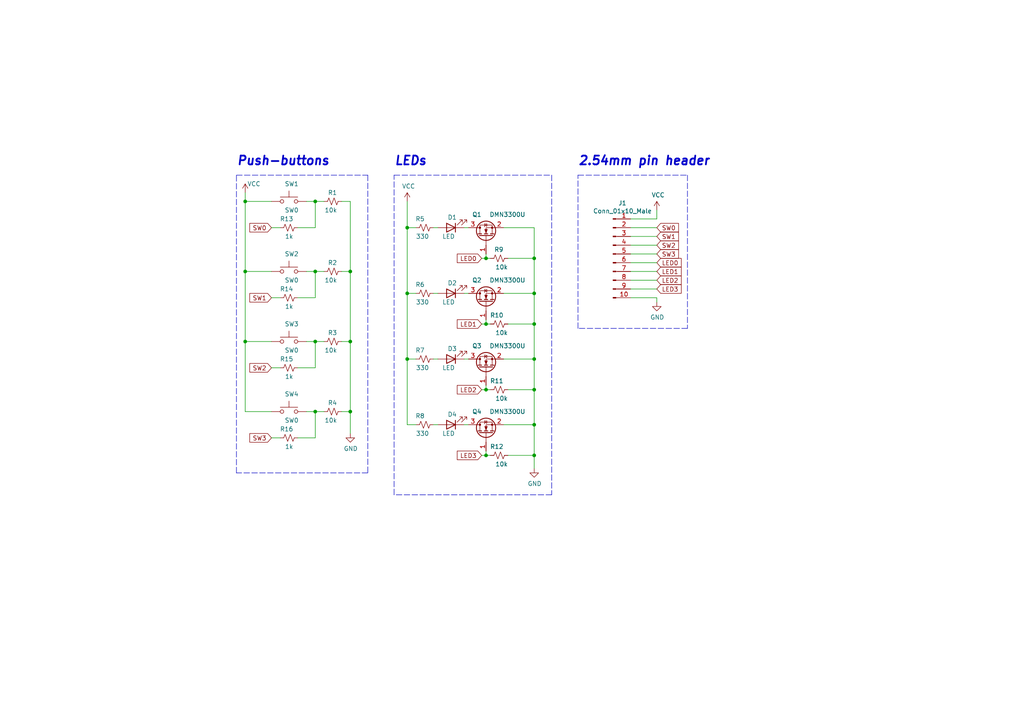
<source format=kicad_sch>
(kicad_sch (version 20211123) (generator eeschema)
  (paper "A4")
  (title_block (title "breadboard-io") (date "2022-12-23") (rev "rev B") (company "great lakes dev") (comment 1 "greatlakesdev.io"))
  (lib_symbols
    (symbol "Connector:Conn_01x10_Male" (pin_names (offset 1.016) hide)
      (property "Reference" "J" (at 0 12.7 0))
      (property "Value" "Conn_01x10_Male" (at 0 -15.24 0))
      (symbol "Conn_01x10_Male_1_1"
        (polyline (pts (xy 1.27 -12.7) (xy 0.8636 -12.7)) (stroke (width 0.1524)))
        (polyline (pts (xy 1.27 -10.16) (xy 0.8636 -10.16)) (stroke (width 0.1524)))
        (polyline (pts (xy 1.27 -7.62) (xy 0.8636 -7.62)) (stroke (width 0.1524)))
        (polyline (pts (xy 1.27 -5.08) (xy 0.8636 -5.08)) (stroke (width 0.1524)))
        (polyline (pts (xy 1.27 -2.54) (xy 0.8636 -2.54)) (stroke (width 0.1524)))
        (polyline (pts (xy 1.27 0) (xy 0.8636 0)) (stroke (width 0.1524)))
        (polyline (pts (xy 1.27 2.54) (xy 0.8636 2.54)) (stroke (width 0.1524)))
        (polyline (pts (xy 1.27 5.08) (xy 0.8636 5.08)) (stroke (width 0.1524)))
        (polyline (pts (xy 1.27 7.62) (xy 0.8636 7.62)) (stroke (width 0.1524)))
        (polyline (pts (xy 1.27 10.16) (xy 0.8636 10.16)) (stroke (width 0.1524)))
        (rectangle (start 0.8636 -12.573) (end 0 -12.827) (stroke (width 0.1524)) (fill (type outline)))
        (rectangle (start 0.8636 -10.033) (end 0 -10.287) (stroke (width 0.1524)) (fill (type outline)))
        (rectangle (start 0.8636 -7.493) (end 0 -7.747) (stroke (width 0.1524)) (fill (type outline)))
        (rectangle (start 0.8636 -4.953) (end 0 -5.207) (stroke (width 0.1524)) (fill (type outline)))
        (rectangle (start 0.8636 -2.413) (end 0 -2.667) (stroke (width 0.1524)) (fill (type outline)))
        (rectangle (start 0.8636 0.127) (end 0 -0.127) (stroke (width 0.1524)) (fill (type outline)))
        (rectangle (start 0.8636 2.667) (end 0 2.413) (stroke (width 0.1524)) (fill (type outline)))
        (rectangle (start 0.8636 5.207) (end 0 4.953) (stroke (width 0.1524)) (fill (type outline)))
        (rectangle (start 0.8636 7.747) (end 0 7.493) (stroke (width 0.1524)) (fill (type outline)))
        (rectangle (start 0.8636 10.287) (end 0 10.033) (stroke (width 0.1524)) (fill (type outline)))
        (pin passive line (at 5.08 10.16 180) (length 3.81) (name "Pin_1") (number "1"))
        (pin passive line (at 5.08 -12.7 180) (length 3.81) (name "Pin_10") (number "10"))
        (pin passive line (at 5.08 7.62 180) (length 3.81) (name "Pin_2") (number "2"))
        (pin passive line (at 5.08 5.08 180) (length 3.81) (name "Pin_3") (number "3"))
        (pin passive line (at 5.08 2.54 180) (length 3.81) (name "Pin_4") (number "4"))
        (pin passive line (at 5.08 0 180) (length 3.81) (name "Pin_5") (number "5"))
        (pin passive line (at 5.08 -2.54 180) (length 3.81) (name "Pin_6") (number "6"))
        (pin passive line (at 5.08 -5.08 180) (length 3.81) (name "Pin_7") (number "7"))
        (pin passive line (at 5.08 -7.62 180) (length 3.81) (name "Pin_8") (number "8"))
        (pin passive line (at 5.08 -10.16 180) (length 3.81) (name "Pin_9") (number "9"))
      )
    )
    (symbol "Device:LED" (pin_numbers hide) (pin_names (offset 1.016) hide)
      (property "Reference" "D" (at 0 2.54 0))
      (property "Value" "LED" (at 0 -2.54 0))
      (symbol "LED_0_1"
        (polyline (pts (xy -1.27 -1.27) (xy -1.27 1.27)) (stroke (width 0.254)))
        (polyline (pts (xy -1.27 0) (xy 1.27 0)))
        (polyline (pts (xy 1.27 -1.27) (xy 1.27 1.27) (xy -1.27 0) (xy 1.27 -1.27)) (stroke (width 0.254)))
        (polyline (pts (xy -3.048 -0.762) (xy -4.572 -2.286) (xy -3.81 -2.286) (xy -4.572 -2.286) (xy -4.572 -1.524)))
        (polyline (pts (xy -1.778 -0.762) (xy -3.302 -2.286) (xy -2.54 -2.286) (xy -3.302 -2.286) (xy -3.302 -1.524)))
      )
      (symbol "LED_1_1"
        (pin passive line (at -3.81 0 0) (length 2.54) (name "K") (number "1"))
        (pin passive line (at 3.81 0 180) (length 2.54) (name "A") (number "2"))
      )
    )
    (symbol "Device:R_Small_US" (pin_numbers hide) (pin_names (offset 0.254) hide)
      (property "Reference" "R" (at 0.762 0.508 0))
      (property "Value" "R_Small_US" (at 0.762 -1.016 0))
      (symbol "R_Small_US_1_1"
        (polyline (pts (xy 0 0) (xy 1.016 -0.381) (xy 0 -0.762) (xy -1.016 -1.143) (xy 0 -1.524)))
        (polyline (pts (xy 0 1.524) (xy 1.016 1.143) (xy 0 0.762) (xy -1.016 0.381) (xy 0 0)))
        (pin passive line (at 0 2.54 270) (length 1.016) (name "~") (number "1"))
        (pin passive line (at 0 -2.54 90) (length 1.016) (name "~") (number "2"))
      )
    )
    (symbol "Switch:SW_Push" (pin_numbers hide) (pin_names (offset 1.016) hide)
      (property "Reference" "SW" (at 1.27 2.54 0))
      (property "Value" "SW_Push" (at 0 -1.524 0))
      (symbol "SW_Push_0_1"
        (circle (center -2.032 0) (radius 0.508))
        (polyline (pts (xy 0 1.27) (xy 0 3.048)))
        (polyline (pts (xy 2.54 1.27) (xy -2.54 1.27)))
        (circle (center 2.032 0) (radius 0.508))
        (pin passive line (at -5.08 0 0) (length 2.54) (name "1") (number "1"))
        (pin passive line (at 5.08 0 180) (length 2.54) (name "2") (number "2"))
      )
    )
    (symbol "Transistor_FET:DMN3300U" (pin_names hide)
      (property "Reference" "Q" (at 5.08 1.905 0))
      (property "Value" "DMN3300U" (at 5.08 0 0))
      (symbol "DMN3300U_0_1"
        (polyline (pts (xy 0.254 0) (xy -2.54 0)))
        (polyline (pts (xy 0.254 1.905) (xy 0.254 -1.905)) (stroke (width 0.254)))
        (polyline (pts (xy 0.762 -1.27) (xy 0.762 -2.286)) (stroke (width 0.254)))
        (polyline (pts (xy 0.762 0.508) (xy 0.762 -0.508)) (stroke (width 0.254)))
        (polyline (pts (xy 0.762 2.286) (xy 0.762 1.27)) (stroke (width 0.254)))
        (polyline (pts (xy 2.54 2.54) (xy 2.54 1.778)))
        (polyline (pts (xy 2.54 -2.54) (xy 2.54 0) (xy 0.762 0)))
        (polyline (pts (xy 0.762 -1.778) (xy 3.302 -1.778) (xy 3.302 1.778) (xy 0.762 1.778)))
        (polyline (pts (xy 1.016 0) (xy 2.032 0.381) (xy 2.032 -0.381) (xy 1.016 0)) (fill (type outline)))
        (polyline (pts (xy 2.794 0.508) (xy 2.921 0.381) (xy 3.683 0.381) (xy 3.81 0.254)))
        (polyline (pts (xy 3.302 0.381) (xy 2.921 -0.254) (xy 3.683 -0.254) (xy 3.302 0.381)))
        (circle (center 1.651 0) (radius 2.794) (stroke (width 0.254)))
        (circle (center 2.54 -1.778) (radius 0.254) (fill (type outline)))
        (circle (center 2.54 1.778) (radius 0.254) (fill (type outline)))
      )
      (symbol "DMN3300U_1_1"
        (pin input line (at -5.08 0 0) (length 2.54) (name "G") (number "1"))
        (pin passive line (at 2.54 -5.08 90) (length 2.54) (name "S") (number "2"))
        (pin passive line (at 2.54 5.08 270) (length 2.54) (name "D") (number "3"))
      )
    )
    (symbol "power:GND" (power) (pin_names (offset 0))
      (property "Value" "GND" (at 0 -3.81 0))
      (symbol "GND_0_1"
        (polyline (pts (xy 0 0) (xy 0 -1.27) (xy 1.27 -1.27) (xy 0 -2.54) (xy -1.27 -1.27) (xy 0 -1.27)))
      )
      (symbol "GND_1_1"
        (pin power_in line (at 0 0 270) (length 0) hide (name "GND") (number "1"))
      )
    )
    (symbol "power:VCC" (power) (pin_names (offset 0))
      (property "Value" "VCC" (at 0 3.81 0))
      (symbol "VCC_0_1"
        (polyline (pts (xy -0.762 1.27) (xy 0 2.54)))
        (polyline (pts (xy 0 0) (xy 0 2.54)))
        (polyline (pts (xy 0 2.54) (xy 0.762 1.27)))
      )
      (symbol "VCC_1_1"
        (pin power_in line (at 0 0 90) (length 0) hide (name "VCC") (number "1"))
      )
    )
  )
  (junction (at 101.6 78.74))
  (junction (at 154.94 123.19))
  (junction (at 140.97 74.93))
  (junction (at 101.6 99.06))
  (junction (at 118.11 85.09))
  (junction (at 140.97 113.03))
  (junction (at 154.94 104.14))
  (junction (at 71.12 58.42))
  (junction (at 140.97 132.08))
  (junction (at 118.11 104.14))
  (junction (at 118.11 66.04))
  (junction (at 154.94 74.93))
  (junction (at 91.44 99.06))
  (junction (at 101.6 119.38))
  (junction (at 140.97 93.98))
  (junction (at 71.12 99.06))
  (junction (at 91.44 78.74))
  (junction (at 154.94 85.09))
  (junction (at 71.12 78.74))
  (junction (at 91.44 58.42))
  (junction (at 154.94 132.08))
  (junction (at 91.44 119.38))
  (junction (at 154.94 93.98))
  (junction (at 154.94 113.03))
  (wire (pts (xy 190.5 76.2) (xy 182.88 76.2)))
  (wire (pts (xy 147.32 74.93) (xy 154.94 74.93)))
  (wire (pts (xy 146.05 104.14) (xy 154.94 104.14)))
  (wire (pts (xy 190.5 86.36) (xy 182.88 86.36)))
  (wire (pts (xy 139.7 113.03) (xy 140.97 113.03)))
  (wire (pts (xy 140.97 93.98) (xy 142.24 93.98)))
  (wire (pts (xy 140.97 74.93) (xy 142.24 74.93)))
  (wire (pts (xy 88.9 78.74) (xy 91.44 78.74)))
  (wire (pts (xy 154.94 123.19) (xy 154.94 132.08)))
  (wire (pts (xy 118.11 66.04) (xy 118.11 85.09)))
  (wire (pts (xy 91.44 119.38) (xy 91.44 127)))
  (wire (pts (xy 190.5 73.66) (xy 182.88 73.66)))
  (wire (pts (xy 190.5 81.28) (xy 182.88 81.28)))
  (wire (pts (xy 88.9 119.38) (xy 91.44 119.38)))
  (wire (pts (xy 139.7 93.98) (xy 140.97 93.98)))
  (wire (pts (xy 147.32 132.08) (xy 154.94 132.08)))
  (wire (pts (xy 190.5 63.5) (xy 182.88 63.5)))
  (wire (pts (xy 146.05 85.09) (xy 154.94 85.09)))
  (wire (pts (xy 86.36 106.68) (xy 91.44 106.68)))
  (wire (pts (xy 154.94 132.08) (xy 154.94 135.89)))
  (wire (pts (xy 146.05 123.19) (xy 154.94 123.19)))
  (wire (pts (xy 91.44 119.38) (xy 93.98 119.38)))
  (wire (pts (xy 78.74 66.04) (xy 81.28 66.04)))
  (wire (pts (xy 190.5 71.12) (xy 182.88 71.12)))
  (wire (pts (xy 86.36 127) (xy 91.44 127)))
  (polyline (pts (xy 167.64 50.8) (xy 199.39 50.8)))
  (wire (pts (xy 71.12 99.06) (xy 78.74 99.06)))
  (wire (pts (xy 71.12 55.88) (xy 71.12 58.42)))
  (polyline (pts (xy 114.3 50.8) (xy 160.02 50.8)))
  (wire (pts (xy 154.94 113.03) (xy 154.94 123.19)))
  (wire (pts (xy 125.73 85.09) (xy 127 85.09)))
  (wire (pts (xy 91.44 99.06) (xy 93.98 99.06)))
  (polyline (pts (xy 114.3 143.51) (xy 114.3 50.8)))
  (wire (pts (xy 88.9 99.06) (xy 91.44 99.06)))
  (wire (pts (xy 101.6 119.38) (xy 101.6 125.73)))
  (wire (pts (xy 78.74 127) (xy 81.28 127)))
  (wire (pts (xy 154.94 85.09) (xy 154.94 93.98)))
  (polyline (pts (xy 68.58 137.16) (xy 68.58 50.8)))
  (wire (pts (xy 91.44 86.36) (xy 91.44 78.74)))
  (polyline (pts (xy 167.64 95.25) (xy 167.64 50.8)))
  (wire (pts (xy 120.65 66.04) (xy 118.11 66.04)))
  (wire (pts (xy 125.73 66.04) (xy 127 66.04)))
  (polyline (pts (xy 160.02 50.8) (xy 160.02 143.51)))
  (wire (pts (xy 71.12 99.06) (xy 71.12 119.38)))
  (wire (pts (xy 182.88 78.74) (xy 190.5 78.74)))
  (wire (pts (xy 140.97 113.03) (xy 142.24 113.03)))
  (wire (pts (xy 146.05 66.04) (xy 154.94 66.04)))
  (wire (pts (xy 91.44 78.74) (xy 93.98 78.74)))
  (wire (pts (xy 118.11 58.42) (xy 118.11 66.04)))
  (wire (pts (xy 125.73 104.14) (xy 127 104.14)))
  (wire (pts (xy 118.11 123.19) (xy 120.65 123.19)))
  (wire (pts (xy 118.11 104.14) (xy 118.11 123.19)))
  (wire (pts (xy 154.94 74.93) (xy 154.94 85.09)))
  (wire (pts (xy 134.62 104.14) (xy 135.89 104.14)))
  (polyline (pts (xy 160.02 143.51) (xy 114.3 143.51)))
  (wire (pts (xy 139.7 132.08) (xy 140.97 132.08)))
  (polyline (pts (xy 106.68 50.8) (xy 106.68 137.16)))
  (wire (pts (xy 91.44 58.42) (xy 93.98 58.42)))
  (wire (pts (xy 91.44 58.42) (xy 91.44 66.04)))
  (wire (pts (xy 86.36 86.36) (xy 91.44 86.36)))
  (wire (pts (xy 125.73 123.19) (xy 127 123.19)))
  (wire (pts (xy 140.97 111.76) (xy 140.97 113.03)))
  (wire (pts (xy 99.06 119.38) (xy 101.6 119.38)))
  (polyline (pts (xy 199.39 95.25) (xy 167.64 95.25)))
  (polyline (pts (xy 106.68 137.16) (xy 68.58 137.16)))
  (wire (pts (xy 140.97 73.66) (xy 140.97 74.93)))
  (wire (pts (xy 139.7 74.93) (xy 140.97 74.93)))
  (wire (pts (xy 147.32 113.03) (xy 154.94 113.03)))
  (wire (pts (xy 118.11 85.09) (xy 118.11 104.14)))
  (wire (pts (xy 134.62 66.04) (xy 135.89 66.04)))
  (wire (pts (xy 190.5 87.63) (xy 190.5 86.36)))
  (wire (pts (xy 154.94 104.14) (xy 154.94 113.03)))
  (wire (pts (xy 71.12 58.42) (xy 71.12 78.74)))
  (wire (pts (xy 71.12 119.38) (xy 78.74 119.38)))
  (wire (pts (xy 99.06 99.06) (xy 101.6 99.06)))
  (wire (pts (xy 140.97 92.71) (xy 140.97 93.98)))
  (wire (pts (xy 99.06 78.74) (xy 101.6 78.74)))
  (wire (pts (xy 101.6 58.42) (xy 101.6 78.74)))
  (polyline (pts (xy 199.39 50.8) (xy 199.39 95.25)))
  (wire (pts (xy 71.12 58.42) (xy 78.74 58.42)))
  (wire (pts (xy 154.94 93.98) (xy 154.94 104.14)))
  (wire (pts (xy 140.97 130.81) (xy 140.97 132.08)))
  (wire (pts (xy 182.88 66.04) (xy 190.5 66.04)))
  (wire (pts (xy 134.62 123.19) (xy 135.89 123.19)))
  (wire (pts (xy 120.65 104.14) (xy 118.11 104.14)))
  (wire (pts (xy 120.65 85.09) (xy 118.11 85.09)))
  (wire (pts (xy 101.6 99.06) (xy 101.6 119.38)))
  (wire (pts (xy 99.06 58.42) (xy 101.6 58.42)))
  (wire (pts (xy 71.12 78.74) (xy 71.12 99.06)))
  (wire (pts (xy 182.88 83.82) (xy 190.5 83.82)))
  (wire (pts (xy 190.5 68.58) (xy 182.88 68.58)))
  (wire (pts (xy 71.12 78.74) (xy 78.74 78.74)))
  (wire (pts (xy 86.36 66.04) (xy 91.44 66.04)))
  (wire (pts (xy 140.97 132.08) (xy 142.24 132.08)))
  (wire (pts (xy 101.6 78.74) (xy 101.6 99.06)))
  (wire (pts (xy 78.74 106.68) (xy 81.28 106.68)))
  (wire (pts (xy 91.44 99.06) (xy 91.44 106.68)))
  (wire (pts (xy 147.32 93.98) (xy 154.94 93.98)))
  (wire (pts (xy 190.5 60.96) (xy 190.5 63.5)))
  (wire (pts (xy 134.62 85.09) (xy 135.89 85.09)))
  (wire (pts (xy 88.9 58.42) (xy 91.44 58.42)))
  (wire (pts (xy 78.74 86.36) (xy 81.28 86.36)))
  (polyline (pts (xy 68.58 50.8) (xy 106.68 50.8)))
  (wire (pts (xy 154.94 66.04) (xy 154.94 74.93)))
  (text "LEDs" (at 114.3 48.26 0) (effects (font (size 2.54 2.54) (thickness 0.508) bold italic) (justify left bottom)))
  (text "2.54mm pin header" (at 167.64 48.26 0) (effects (font (size 2.54 2.54) (thickness 0.508) bold italic) (justify left bottom)))
  (text "Push-buttons" (at 68.58 48.26 0) (effects (font (size 2.54 2.54) (thickness 0.508) bold italic) (justify left bottom)))
  (global_label "LED1" (shape input) (at 190.5 78.74 0) (property "Intersheet References" "${INTERSHEET_REFS}" (effects hide)))
  (global_label "LED3" (shape input) (at 190.5 83.82 0) (property "Intersheet References" "${INTERSHEET_REFS}" (effects hide)))
  (global_label "LED1" (shape input) (at 139.7 93.98 180) (property "Intersheet References" "${INTERSHEET_REFS}" (effects hide)))
  (global_label "LED0" (shape input) (at 139.7 74.93 180) (property "Intersheet References" "${INTERSHEET_REFS}" (effects hide)))
  (global_label "LED0" (shape input) (at 190.5 76.2 0) (property "Intersheet References" "${INTERSHEET_REFS}" (effects hide)))
  (global_label "LED3" (shape input) (at 139.7 132.08 180) (property "Intersheet References" "${INTERSHEET_REFS}" (effects hide)))
  (global_label "SW0" (shape input) (at 78.74 66.04 180) (property "Intersheet References" "${INTERSHEET_REFS}" (effects hide)))
  (global_label "LED2" (shape input) (at 190.5 81.28 0) (property "Intersheet References" "${INTERSHEET_REFS}" (effects hide)))
  (global_label "SW1" (shape input) (at 190.5 68.58 0) (property "Intersheet References" "${INTERSHEET_REFS}" (effects hide)))
  (global_label "SW2" (shape input) (at 190.5 71.12 0) (property "Intersheet References" "${INTERSHEET_REFS}" (effects hide)))
  (global_label "SW2" (shape input) (at 78.74 106.68 180) (property "Intersheet References" "${INTERSHEET_REFS}" (effects hide)))
  (global_label "LED2" (shape input) (at 139.7 113.03 180) (property "Intersheet References" "${INTERSHEET_REFS}" (effects hide)))
  (global_label "SW1" (shape input) (at 78.74 86.36 180) (property "Intersheet References" "${INTERSHEET_REFS}" (effects hide)))
  (global_label "SW3" (shape input) (at 78.74 127 180) (property "Intersheet References" "${INTERSHEET_REFS}" (effects hide)))
  (global_label "SW0" (shape input) (at 190.5 66.04 0) (property "Intersheet References" "${INTERSHEET_REFS}" (effects hide)))
  (global_label "SW3" (shape input) (at 190.5 73.66 0) (property "Intersheet References" "${INTERSHEET_REFS}" (effects hide)))
  (symbol (lib_id "Device:LED") (at 130.81 66.04 180) (unit 1)
    (property "Reference" "D1" (at 129.8194 63.0428 0) (effects (justify right)))
    (property "Value" "LED" (at 128.27 68.58 0) (effects (justify right)))
    (property "Footprint" "LED_SMD:LED_0603_1608Metric" (effects hide))
  )
  (symbol (lib_id "Switch:SW_Push") (at 83.82 58.42 0) (unit 1)
    (property "Reference" "SW1" (at 82.55 53.34 0) (effects (justify left)))
    (property "Value" "SW0" (at 82.55 60.96 0) (effects (justify left)))
    (property "Footprint" "Button_Switch_SMD:Panasonic_EVQPUJ_EVQPUA" (effects hide))
  )
  (symbol (lib_id "power:VCC") (at 71.12 55.88 0) (unit 1)
    (property "Reference" "#PWR0101" (effects hide))
    (property "Value" "VCC" (at 73.66 53.34 0))
  )
  (symbol (lib_id "Device:R_Small_US") (at 144.78 74.93 90) (unit 1)
    (property "Reference" "R9" (at 146.05 72.39 90) (effects (justify left)))
    (property "Value" "10k" (at 147.32 77.47 90) (effects (justify left)))
    (property "Footprint" "Resistor_SMD:R_0402_1005Metric" (effects hide))
  )
  (symbol (lib_id "Device:R_Small_US") (at 123.19 66.04 90) (unit 1)
    (property "Reference" "R5" (at 123.19 63.5 90) (effects (justify left)))
    (property "Value" "330" (at 124.46 68.58 90) (effects (justify left)))
    (property "Footprint" "Resistor_SMD:R_0402_1005Metric" (effects hide))
  )
  (symbol (lib_id "Transistor_FET:DMN3300U") (at 140.97 68.58 90) (unit 1)
    (property "Reference" "Q1" (at 139.7 62.23 90) (effects (justify left)))
    (property "Value" "DMN3300U" (at 152.4 62.23 90) (effects (justify left)))
    (property "Footprint" "Package_TO_SOT_SMD:SOT-23" (effects hide))
    (property "Datasheet" "http://www.diodes.com/assets/Datasheets/ds31181.pdf" (effects hide))
  )
  (symbol (lib_id "Device:R_Small_US") (at 96.52 58.42 90) (unit 1)
    (property "Reference" "R1" (at 97.79 55.88 90) (effects (justify left)))
    (property "Value" "10k" (at 97.79 60.96 90) (effects (justify left)))
    (property "Footprint" "Resistor_SMD:R_0402_1005Metric" (effects hide))
  )
  (symbol (lib_id "power:GND") (at 154.94 135.89 0) (unit 1)
    (property "Reference" "#PWR0102" (effects hide))
    (property "Value" "GND" (at 155.067 140.2842 0))
  )
  (symbol (lib_id "power:VCC") (at 118.11 58.42 0) (unit 1)
    (property "Reference" "#PWR0103" (effects hide))
    (property "Value" "VCC" (at 118.491 54.0258 0))
  )
  (symbol (lib_id "Device:LED") (at 130.81 85.09 180) (unit 1)
    (property "Reference" "D2" (at 129.8194 82.0928 0) (effects (justify right)))
    (property "Value" "LED" (at 128.27 87.63 0) (effects (justify right)))
    (property "Footprint" "LED_SMD:LED_0603_1608Metric" (effects hide))
  )
  (symbol (lib_id "Device:R_Small_US") (at 144.78 93.98 90) (unit 1)
    (property "Reference" "R10" (at 146.05 91.44 90) (effects (justify left)))
    (property "Value" "10k" (at 147.32 96.52 90) (effects (justify left)))
    (property "Footprint" "Resistor_SMD:R_0402_1005Metric" (effects hide))
  )
  (symbol (lib_id "Device:R_Small_US") (at 123.19 85.09 90) (unit 1)
    (property "Reference" "R6" (at 123.19 82.55 90) (effects (justify left)))
    (property "Value" "330" (at 124.46 87.63 90) (effects (justify left)))
    (property "Footprint" "Resistor_SMD:R_0402_1005Metric" (effects hide))
  )
  (symbol (lib_id "Transistor_FET:DMN3300U") (at 140.97 87.63 90) (unit 1)
    (property "Reference" "Q2" (at 139.7 81.28 90) (effects (justify left)))
    (property "Value" "DMN3300U" (at 152.4 81.28 90) (effects (justify left)))
    (property "Footprint" "Package_TO_SOT_SMD:SOT-23" (effects hide))
    (property "Datasheet" "http://www.diodes.com/assets/Datasheets/ds31181.pdf" (effects hide))
  )
  (symbol (lib_id "Device:LED") (at 130.81 104.14 180) (unit 1)
    (property "Reference" "D3" (at 129.8194 101.1428 0) (effects (justify right)))
    (property "Value" "LED" (at 128.27 106.68 0) (effects (justify right)))
    (property "Footprint" "LED_SMD:LED_0603_1608Metric" (effects hide))
  )
  (symbol (lib_id "Device:R_Small_US") (at 144.78 113.03 90) (unit 1)
    (property "Reference" "R11" (at 146.05 110.49 90) (effects (justify left)))
    (property "Value" "10k" (at 147.32 115.57 90) (effects (justify left)))
    (property "Footprint" "Resistor_SMD:R_0402_1005Metric" (effects hide))
  )
  (symbol (lib_id "Device:R_Small_US") (at 123.19 104.14 90) (unit 1)
    (property "Reference" "R7" (at 123.19 101.6 90) (effects (justify left)))
    (property "Value" "330" (at 124.46 106.68 90) (effects (justify left)))
    (property "Footprint" "Resistor_SMD:R_0402_1005Metric" (effects hide))
  )
  (symbol (lib_id "Transistor_FET:DMN3300U") (at 140.97 106.68 90) (unit 1)
    (property "Reference" "Q3" (at 139.7 100.33 90) (effects (justify left)))
    (property "Value" "DMN3300U" (at 152.4 100.33 90) (effects (justify left)))
    (property "Footprint" "Package_TO_SOT_SMD:SOT-23" (effects hide))
    (property "Datasheet" "http://www.diodes.com/assets/Datasheets/ds31181.pdf" (effects hide))
  )
  (symbol (lib_id "Device:LED") (at 130.81 123.19 180) (unit 1)
    (property "Reference" "D4" (at 129.8194 120.1928 0) (effects (justify right)))
    (property "Value" "LED" (at 128.27 125.73 0) (effects (justify right)))
    (property "Footprint" "LED_SMD:LED_0603_1608Metric" (effects hide))
  )
  (symbol (lib_id "Device:R_Small_US") (at 144.78 132.08 90) (unit 1)
    (property "Reference" "R12" (at 146.05 129.54 90) (effects (justify left)))
    (property "Value" "10k" (at 147.32 134.62 90) (effects (justify left)))
    (property "Footprint" "Resistor_SMD:R_0402_1005Metric" (effects hide))
  )
  (symbol (lib_id "Device:R_Small_US") (at 123.19 123.19 90) (unit 1)
    (property "Reference" "R8" (at 123.19 120.65 90) (effects (justify left)))
    (property "Value" "330" (at 124.46 125.73 90) (effects (justify left)))
    (property "Footprint" "Resistor_SMD:R_0402_1005Metric" (effects hide))
  )
  (symbol (lib_id "Transistor_FET:DMN3300U") (at 140.97 125.73 90) (unit 1)
    (property "Reference" "Q4" (at 139.7 119.38 90) (effects (justify left)))
    (property "Value" "DMN3300U" (at 152.4 119.38 90) (effects (justify left)))
    (property "Footprint" "Package_TO_SOT_SMD:SOT-23" (effects hide))
    (property "Datasheet" "http://www.diodes.com/assets/Datasheets/ds31181.pdf" (effects hide))
  )
  (symbol (lib_id "Device:R_Small_US") (at 96.52 78.74 90) (unit 1)
    (property "Reference" "R2" (at 97.79 76.2 90) (effects (justify left)))
    (property "Value" "10k" (at 97.79 81.28 90) (effects (justify left)))
    (property "Footprint" "Resistor_SMD:R_0402_1005Metric" (effects hide))
  )
  (symbol (lib_id "Switch:SW_Push") (at 83.82 78.74 0) (unit 1)
    (property "Reference" "SW2" (at 82.55 73.66 0) (effects (justify left)))
    (property "Value" "SW0" (at 82.55 81.28 0) (effects (justify left)))
    (property "Footprint" "Button_Switch_SMD:Panasonic_EVQPUJ_EVQPUA" (effects hide))
  )
  (symbol (lib_id "Device:R_Small_US") (at 96.52 99.06 90) (unit 1)
    (property "Reference" "R3" (at 97.79 96.52 90) (effects (justify left)))
    (property "Value" "10k" (at 97.79 101.6 90) (effects (justify left)))
    (property "Footprint" "Resistor_SMD:R_0402_1005Metric" (effects hide))
  )
  (symbol (lib_id "Switch:SW_Push") (at 83.82 99.06 0) (unit 1)
    (property "Reference" "SW3" (at 82.55 93.98 0) (effects (justify left)))
    (property "Value" "SW0" (at 82.55 101.6 0) (effects (justify left)))
    (property "Footprint" "Button_Switch_SMD:Panasonic_EVQPUJ_EVQPUA" (effects hide))
  )
  (symbol (lib_id "Device:R_Small_US") (at 96.52 119.38 90) (unit 1)
    (property "Reference" "R4" (at 97.79 116.84 90) (effects (justify left)))
    (property "Value" "10k" (at 97.79 121.92 90) (effects (justify left)))
    (property "Footprint" "Resistor_SMD:R_0402_1005Metric" (effects hide))
  )
  (symbol (lib_id "Switch:SW_Push") (at 83.82 119.38 0) (unit 1)
    (property "Reference" "SW4" (at 82.55 114.3 0) (effects (justify left)))
    (property "Value" "SW0" (at 82.55 121.92 0) (effects (justify left)))
    (property "Footprint" "Button_Switch_SMD:Panasonic_EVQPUJ_EVQPUA" (effects hide))
  )
  (symbol (lib_id "power:GND") (at 101.6 125.73 0) (unit 1)
    (property "Reference" "#PWR0104" (effects hide))
    (property "Value" "GND" (at 101.727 130.1242 0))
  )
  (symbol (lib_id "Connector:Conn_01x10_Male") (at 177.8 73.66 0) (unit 1)
    (property "Reference" "J1" (at 180.5432 58.9026 0))
    (property "Value" "Conn_01x10_Male" (at 180.5432 61.214 0))
    (property "Footprint" "Connector_PinHeader_2.54mm:PinHeader_1x10_P2.54mm_Horizontal" (effects hide))
  )
  (symbol (lib_id "power:GND") (at 190.5 87.63 0) (unit 1)
    (property "Reference" "#PWR0105" (effects hide))
    (property "Value" "GND" (at 190.627 92.0242 0))
  )
  (symbol (lib_id "power:VCC") (at 190.5 60.96 0) (unit 1)
    (property "Reference" "#PWR0106" (effects hide))
    (property "Value" "VCC" (at 190.881 56.5658 0))
  )
  (symbol (lib_id "Device:R_Small_US") (at 83.82 106.68 90) (unit 1)
    (property "Reference" "R15" (at 85.09 104.14 90) (effects (justify left)))
    (property "Value" "1k" (at 85.09 109.22 90) (effects (justify left)))
    (property "Footprint" "Resistor_SMD:R_0402_1005Metric" (effects hide))
  )
  (symbol (lib_id "Device:R_Small_US") (at 83.82 127 90) (unit 1)
    (property "Reference" "R16" (at 85.09 124.46 90) (effects (justify left)))
    (property "Value" "1k" (at 85.09 129.54 90) (effects (justify left)))
    (property "Footprint" "Resistor_SMD:R_0402_1005Metric" (effects hide))
  )
  (symbol (lib_id "Device:R_Small_US") (at 83.82 66.04 90) (unit 1)
    (property "Reference" "R13" (at 85.09 63.5 90) (effects (justify left)))
    (property "Value" "1k" (at 85.09 68.58 90) (effects (justify left)))
    (property "Footprint" "Resistor_SMD:R_0402_1005Metric" (effects hide))
  )
  (symbol (lib_id "Device:R_Small_US") (at 83.82 86.36 90) (unit 1)
    (property "Reference" "R14" (at 85.09 83.82 90) (effects (justify left)))
    (property "Value" "1k" (at 85.09 88.9 90) (effects (justify left)))
    (property "Footprint" "Resistor_SMD:R_0402_1005Metric" (effects hide))
  )
)
</source>
